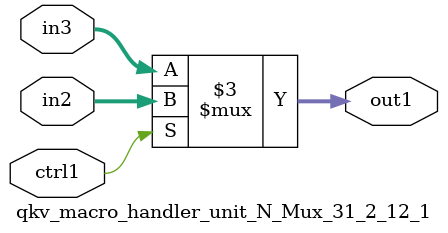
<source format=v>

`timescale 1ps / 1ps


module qkv_macro_handler_unit_N_Mux_31_2_12_1( in3, in2, ctrl1, out1 );

    input [30:0] in3;
    input [30:0] in2;
    input ctrl1;
    output [30:0] out1;
    reg [30:0] out1;

    
    // rtl_process:qkv_macro_handler_unit_N_Mux_31_2_12_1/qkv_macro_handler_unit_N_Mux_31_2_12_1_thread_1
    always @*
      begin : qkv_macro_handler_unit_N_Mux_31_2_12_1_thread_1
        case (ctrl1) 
          1'b1: 
            begin
              out1 = in2;
            end
          default: 
            begin
              out1 = in3;
            end
        endcase
      end

endmodule





</source>
